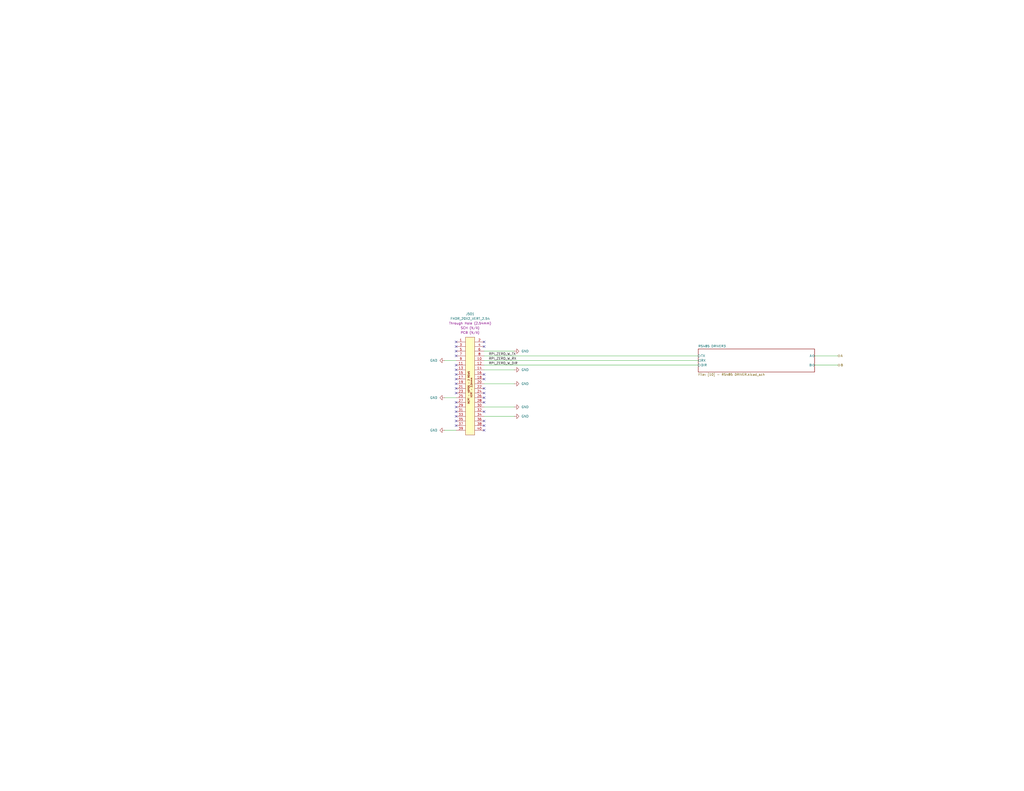
<source format=kicad_sch>
(kicad_sch (version 20231120) (generator "eeschema") (generator_version "8.0")
  (paper "C")
  (lib_symbols
    (symbol "_SCHLIB_Mini-Scoreboard:CONN_RCPT_40POS_2ROW_VERT_2.54mm"
      (property "Reference" "J" (at 2.54 3.81 0))
      (property "Value" "FHDR_20X2_VERT_2.54" (at 2.54 6.35 0))
      (property "Package" "Through Hole (2.54mm)" (at 2.54 29.21 0))
      (property "SCH CHECK" "SCH (N/A)" (at 2.54 31.75 0))
      (property "PCB CHECK" "PCB (N/A)" (at 2.54 34.29 0))
      (symbol "CONN_RCPT_40POS_2ROW_VERT_2.54mm_1_1"
        (rectangle (start 0 0) (end 5.08 -53.34) (fill (type background)))
        (text "RCPT - 40POS - 2 ROWS\nVERT - 2.54mm" (at 2.54 -27.432 900) (effects (font (size 0.889 0.889))))
        (pin passive line (at -5.08 -2.54 0) (length 5.08) (name "") (number "1"))
        (pin passive line (at 10.16 -12.7 180) (length 5.08) (name "") (number "10"))
        (pin passive line (at -5.08 -15.24 0) (length 5.08) (name "") (number "11"))
        (pin passive line (at 10.16 -15.24 180) (length 5.08) (name "") (number "12"))
        (pin passive line (at -5.08 -17.78 0) (length 5.08) (name "") (number "13"))
        (pin passive line (at 10.16 -17.78 180) (length 5.08) (name "") (number "14"))
        (pin passive line (at -5.08 -20.32 0) (length 5.08) (name "") (number "15"))
        (pin passive line (at 10.16 -20.32 180) (length 5.08) (name "") (number "16"))
        (pin passive line (at -5.08 -22.86 0) (length 5.08) (name "") (number "17"))
        (pin passive line (at 10.16 -22.86 180) (length 5.08) (name "") (number "18"))
        (pin passive line (at -5.08 -25.4 0) (length 5.08) (name "") (number "19"))
        (pin passive line (at 10.16 -2.54 180) (length 5.08) (name "") (number "2"))
        (pin passive line (at 10.16 -25.4 180) (length 5.08) (name "") (number "20"))
        (pin passive line (at -5.08 -27.94 0) (length 5.08) (name "") (number "21"))
        (pin passive line (at 10.16 -27.94 180) (length 5.08) (name "") (number "22"))
        (pin passive line (at -5.08 -30.48 0) (length 5.08) (name "") (number "23"))
        (pin passive line (at 10.16 -30.48 180) (length 5.08) (name "") (number "24"))
        (pin passive line (at -5.08 -33.02 0) (length 5.08) (name "") (number "25"))
        (pin passive line (at 10.16 -33.02 180) (length 5.08) (name "") (number "26"))
        (pin passive line (at -5.08 -35.56 0) (length 5.08) (name "") (number "27"))
        (pin passive line (at 10.16 -35.56 180) (length 5.08) (name "") (number "28"))
        (pin passive line (at -5.08 -38.1 0) (length 5.08) (name "") (number "29"))
        (pin passive line (at -5.08 -5.08 0) (length 5.08) (name "") (number "3"))
        (pin passive line (at 10.16 -38.1 180) (length 5.08) (name "") (number "30"))
        (pin passive line (at -5.08 -40.64 0) (length 5.08) (name "") (number "31"))
        (pin passive line (at 10.16 -40.64 180) (length 5.08) (name "") (number "32"))
        (pin passive line (at -5.08 -43.18 0) (length 5.08) (name "") (number "33"))
        (pin passive line (at 10.16 -43.18 180) (length 5.08) (name "") (number "34"))
        (pin passive line (at -5.08 -45.72 0) (length 5.08) (name "") (number "35"))
        (pin passive line (at 10.16 -45.72 180) (length 5.08) (name "") (number "36"))
        (pin passive line (at -5.08 -48.26 0) (length 5.08) (name "") (number "37"))
        (pin passive line (at 10.16 -48.26 180) (length 5.08) (name "") (number "38"))
        (pin passive line (at -5.08 -50.8 0) (length 5.08) (name "") (number "39"))
        (pin passive line (at 10.16 -5.08 180) (length 5.08) (name "") (number "4"))
        (pin passive line (at 10.16 -50.8 180) (length 5.08) (name "") (number "40"))
        (pin passive line (at -5.08 -7.62 0) (length 5.08) (name "") (number "5"))
        (pin passive line (at 10.16 -7.62 180) (length 5.08) (name "") (number "6"))
        (pin passive line (at -5.08 -10.16 0) (length 5.08) (name "") (number "7"))
        (pin passive line (at 10.16 -10.16 180) (length 5.08) (name "") (number "8"))
        (pin passive line (at -5.08 -12.7 0) (length 5.08) (name "") (number "9"))
      )
    )
    (symbol "power:GND" (power) (pin_numbers hide) (pin_names (offset 0) hide)
      (property "Value" "GND" (at 0 -3.81 0))
      (symbol "GND_0_1"
        (polyline (pts (xy 0 0) (xy 0 -1.27) (xy 1.27 -1.27) (xy 0 -2.54) (xy -1.27 -1.27) (xy 0 -1.27)))
      )
      (symbol "GND_1_1"
        (pin power_in line (at 0 0 270) (length 0) (name "~") (number "1"))
      )
    )
  )
  (no_connect (at 248.92 224.79))
  (no_connect (at 264.16 207.01))
  (no_connect (at 264.16 189.23))
  (no_connect (at 248.92 212.09))
  (no_connect (at 264.16 234.95))
  (no_connect (at 264.16 204.47))
  (no_connect (at 248.92 191.77))
  (no_connect (at 264.16 214.63))
  (no_connect (at 264.16 229.87))
  (no_connect (at 248.92 201.93))
  (no_connect (at 248.92 209.55))
  (no_connect (at 248.92 222.25))
  (no_connect (at 248.92 189.23))
  (no_connect (at 248.92 204.47))
  (no_connect (at 264.16 219.71))
  (no_connect (at 264.16 212.09))
  (no_connect (at 248.92 227.33))
  (no_connect (at 248.92 207.01))
  (no_connect (at 248.92 199.39))
  (no_connect (at 264.16 217.17))
  (no_connect (at 248.92 194.31))
  (no_connect (at 264.16 224.79))
  (no_connect (at 248.92 186.69))
  (no_connect (at 248.92 232.41))
  (no_connect (at 264.16 186.69))
  (no_connect (at 264.16 232.41))
  (no_connect (at 248.92 219.71))
  (no_connect (at 248.92 214.63))
  (no_connect (at 248.92 229.87))
  (wire (pts (xy 264.16 199.39) (xy 381 199.39)))
  (wire (pts (xy 280.67 222.25) (xy 264.16 222.25)))
  (wire (pts (xy 264.16 196.85) (xy 381 196.85)))
  (wire (pts (xy 242.57 196.85) (xy 248.92 196.85)))
  (wire (pts (xy 242.57 234.95) (xy 248.92 234.95)))
  (wire (pts (xy 280.67 191.77) (xy 264.16 191.77)))
  (wire (pts (xy 444.5 194.31) (xy 457.2 194.31)))
  (wire (pts (xy 280.67 201.93) (xy 264.16 201.93)))
  (wire (pts (xy 444.5 199.39) (xy 457.2 199.39)))
  (wire (pts (xy 280.67 209.55) (xy 264.16 209.55)))
  (wire (pts (xy 242.57 217.17) (xy 248.92 217.17)))
  (wire (pts (xy 280.67 227.33) (xy 264.16 227.33)))
  (wire (pts (xy 264.16 194.31) (xy 381 194.31)))
  (label "RPI_ZERO_W_TX" (at 266.7 194.31 0))
  (label "RPI_ZERO_W_DIR" (at 266.7 199.39 0))
  (label "RPI_ZERO_W_RX" (at 266.7 196.85 0))
  (hierarchical_label "B" (shape bidirectional) (at 457.2 199.39 0))
  (hierarchical_label "A" (shape bidirectional) (at 457.2 194.31 0))
  (symbol (lib_id "power:GND") (at 280.67 209.55 90) (unit 1)
    (property "Reference" "#PWR0506" (effects (hide yes)))
    (property "Value" "GND" (at 284.48 209.5499 90) (effects (justify right)))
    (property "Description" "Power symbol creates a global label with name \"GND\" , ground" (effects (hide yes)))
  )
  (symbol (lib_id "power:GND") (at 242.57 234.95 270) (unit 1)
    (property "Reference" "#PWR0503" (effects (hide yes)))
    (property "Value" "GND" (at 238.76 234.9499 90) (effects (justify right)))
    (property "Description" "Power symbol creates a global label with name \"GND\" , ground" (effects (hide yes)))
  )
  (symbol (lib_id "power:GND") (at 280.67 191.77 90) (unit 1)
    (property "Reference" "#PWR0504" (effects (hide yes)))
    (property "Value" "GND" (at 284.48 191.7699 90) (effects (justify right)))
    (property "Description" "Power symbol creates a global label with name \"GND\" , ground" (effects (hide yes)))
  )
  (symbol (lib_id "power:GND") (at 242.57 196.85 270) (unit 1)
    (property "Reference" "#PWR0501" (effects (hide yes)))
    (property "Value" "GND" (at 238.76 196.8499 90) (effects (justify right)))
    (property "Description" "Power symbol creates a global label with name \"GND\" , ground" (effects (hide yes)))
  )
  (symbol (lib_id "power:GND") (at 280.67 201.93 90) (unit 1)
    (property "Reference" "#PWR0505" (effects (hide yes)))
    (property "Value" "GND" (at 284.48 201.9299 90) (effects (justify right)))
    (property "Description" "Power symbol creates a global label with name \"GND\" , ground" (effects (hide yes)))
  )
  (symbol (lib_id "power:GND") (at 242.57 217.17 270) (unit 1)
    (property "Reference" "#PWR0502" (effects (hide yes)))
    (property "Value" "GND" (at 238.76 217.1699 90) (effects (justify right)))
    (property "Description" "Power symbol creates a global label with name \"GND\" , ground" (effects (hide yes)))
  )
  (symbol (lib_id "_SCHLIB_Mini-Scoreboard:CONN_RCPT_40POS_2ROW_VERT_2.54mm") (at 254 184.15 0) (unit 1)
    (property "Reference" "J501" (at 256.54 171.45 0))
    (property "Value" "FHDR_20X2_VERT_2.54" (at 256.54 173.99 0))
    (property "Footprint" "Connector_PinSocket_2.54mm:PinSocket_2x20_P2.54mm_Vertical" (effects (hide yes)))
    (property "Datasheet" "https://www.we-online.com/catalog/datasheet/61304021821.pdf" (effects (hide yes)))
    (property "Description" "40 Position Receptacle Connector 0.100\" (2.54mm) Through Hole Gold" (effects (hide yes)))
    (property "Part Number (Manufacturer)" "61304021821" (effects (hide yes)))
    (property "Manufacturer" "Würth Elektronik" (effects (hide yes)))
    (property "Part Number (Vendor)" "732-61304021821-ND" (effects (hide yes)))
    (property "Vendor" "Digikey" (effects (hide yes)))
    (property "Link" "https://www.digikey.ca/en/products/detail/w%C3%BCrth-elektronik/61304021821/16608657" (effects (hide yes)))
    (property "Package" "Through Hole (2.54mm)" (at 256.54 176.53 0))
    (property "SCH CHECK" "SCH (N/A)" (at 256.54 179.07 0))
    (property "PCB CHECK" "PCB (N/A)" (at 256.54 181.61 0))
  )
  (symbol (lib_id "power:GND") (at 280.67 222.25 90) (unit 1)
    (property "Reference" "#PWR0507" (effects (hide yes)))
    (property "Value" "GND" (at 284.48 222.2499 90) (effects (justify right)))
    (property "Description" "Power symbol creates a global label with name \"GND\" , ground" (effects (hide yes)))
  )
  (symbol (lib_id "power:GND") (at 280.67 227.33 90) (unit 1)
    (property "Reference" "#PWR0508" (effects (hide yes)))
    (property "Value" "GND" (at 284.48 227.3299 90) (effects (justify right)))
    (property "Description" "Power symbol creates a global label with name \"GND\" , ground" (effects (hide yes)))
  )
  (sheet (at 381 190.5) (size 63.5 12.7) (stroke (width 0.1524))
    (property "Sheetname" "RS485 DRIVER3" (at 381 189.7884 0) (effects (justify left bottom)))
    (property "Sheetfile" "[10] - RS485 DRIVER.kicad_sch" (at 381 203.7846 0) (effects (justify left top)))
    (pin "DIR" input (at 381 199.39 180))
    (pin "RX" output (at 381 196.85 180))
    (pin "TX" input (at 381 194.31 180))
    (pin "A" bidirectional (at 444.5 194.31 0))
    (pin "B" bidirectional (at 444.5 199.39 0))
  )
)
</source>
